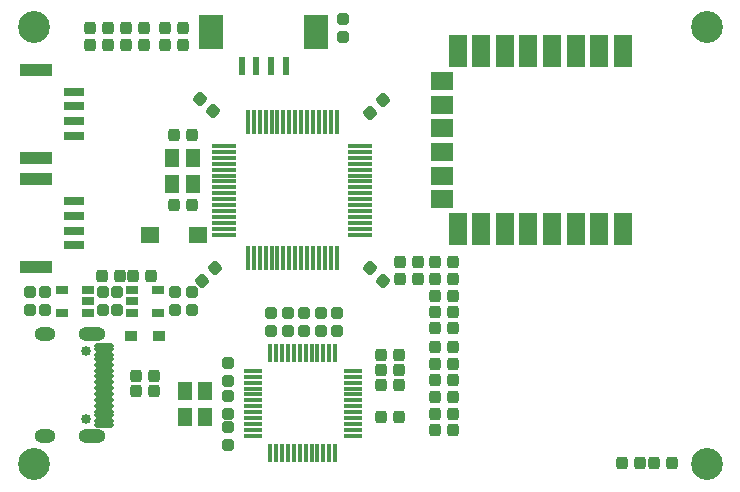
<source format=gts>
G04*
G04 #@! TF.GenerationSoftware,Altium Limited,Altium Designer,20.0.2 (26)*
G04*
G04 Layer_Color=8388736*
%FSLAX25Y25*%
%MOIN*%
G70*
G01*
G75*
%ADD19R,0.01968X0.06299*%
%ADD20R,0.08268X0.11811*%
%ADD23R,0.05512X0.09843*%
%ADD24R,0.06693X0.05512*%
%ADD39R,0.11030X0.04337*%
%ADD40R,0.07093X0.02762*%
%ADD41R,0.06312X0.10642*%
%ADD42R,0.07493X0.06312*%
%ADD43O,0.06299X0.01457*%
%ADD44O,0.01457X0.06299*%
G04:AMPARAMS|DCode=45|XSize=39.73mil|YSize=42.02mil|CornerRadius=11.93mil|HoleSize=0mil|Usage=FLASHONLY|Rotation=0.000|XOffset=0mil|YOffset=0mil|HoleType=Round|Shape=RoundedRectangle|*
%AMROUNDEDRECTD45*
21,1,0.03973,0.01815,0,0,0.0*
21,1,0.01587,0.04202,0,0,0.0*
1,1,0.02387,0.00793,-0.00907*
1,1,0.02387,-0.00793,-0.00907*
1,1,0.02387,-0.00793,0.00907*
1,1,0.02387,0.00793,0.00907*
%
%ADD45ROUNDEDRECTD45*%
G04:AMPARAMS|DCode=46|XSize=39.73mil|YSize=42.02mil|CornerRadius=11.93mil|HoleSize=0mil|Usage=FLASHONLY|Rotation=270.000|XOffset=0mil|YOffset=0mil|HoleType=Round|Shape=RoundedRectangle|*
%AMROUNDEDRECTD46*
21,1,0.03973,0.01815,0,0,270.0*
21,1,0.01587,0.04202,0,0,270.0*
1,1,0.02387,-0.00907,-0.00793*
1,1,0.02387,-0.00907,0.00793*
1,1,0.02387,0.00907,0.00793*
1,1,0.02387,0.00907,-0.00793*
%
%ADD46ROUNDEDRECTD46*%
%ADD47R,0.05124X0.05912*%
%ADD48O,0.08274X0.01581*%
%ADD49O,0.01581X0.08274*%
%ADD50R,0.04331X0.02756*%
G04:AMPARAMS|DCode=51|XSize=39.73mil|YSize=42.02mil|CornerRadius=11.93mil|HoleSize=0mil|Usage=FLASHONLY|Rotation=225.000|XOffset=0mil|YOffset=0mil|HoleType=Round|Shape=RoundedRectangle|*
%AMROUNDEDRECTD51*
21,1,0.03973,0.01815,0,0,225.0*
21,1,0.01587,0.04202,0,0,225.0*
1,1,0.02387,-0.01203,0.00081*
1,1,0.02387,-0.00081,0.01203*
1,1,0.02387,0.01203,-0.00081*
1,1,0.02387,0.00081,-0.01203*
%
%ADD51ROUNDEDRECTD51*%
G04:AMPARAMS|DCode=52|XSize=39.73mil|YSize=42.02mil|CornerRadius=11.93mil|HoleSize=0mil|Usage=FLASHONLY|Rotation=135.000|XOffset=0mil|YOffset=0mil|HoleType=Round|Shape=RoundedRectangle|*
%AMROUNDEDRECTD52*
21,1,0.03973,0.01815,0,0,135.0*
21,1,0.01587,0.04202,0,0,135.0*
1,1,0.02387,0.00081,0.01203*
1,1,0.02387,0.01203,0.00081*
1,1,0.02387,-0.00081,-0.01203*
1,1,0.02387,-0.01203,-0.00081*
%
%ADD52ROUNDEDRECTD52*%
%ADD53R,0.06424X0.05754*%
G04:AMPARAMS|DCode=54|XSize=67.06mil|YSize=19.81mil|CornerRadius=6.95mil|HoleSize=0mil|Usage=FLASHONLY|Rotation=0.000|XOffset=0mil|YOffset=0mil|HoleType=Round|Shape=RoundedRectangle|*
%AMROUNDEDRECTD54*
21,1,0.06706,0.00591,0,0,0.0*
21,1,0.05315,0.01981,0,0,0.0*
1,1,0.01391,0.02657,-0.00295*
1,1,0.01391,-0.02657,-0.00295*
1,1,0.01391,-0.02657,0.00295*
1,1,0.01391,0.02657,0.00295*
%
%ADD54ROUNDEDRECTD54*%
%ADD55R,0.04337X0.03353*%
%ADD56C,0.10642*%
%ADD57C,0.03359*%
%ADD58O,0.07099X0.04737*%
%ADD59O,0.09068X0.04737*%
D19*
X-42882Y59791D02*
D03*
X-37960D02*
D03*
X-33039D02*
D03*
X-28118D02*
D03*
D20*
X-52921Y71209D02*
D03*
X-18079D02*
D03*
D23*
X68500Y64957D02*
D03*
X76374D02*
D03*
X84248D02*
D03*
X29130Y64954D02*
D03*
X37004Y64957D02*
D03*
X44878D02*
D03*
X52752D02*
D03*
X84248Y5500D02*
D03*
X76374Y5501D02*
D03*
X68500Y5500D02*
D03*
X52752D02*
D03*
X44878Y5497D02*
D03*
X37004Y5502D02*
D03*
X29130Y5508D02*
D03*
X60626Y64957D02*
D03*
Y5503D02*
D03*
D24*
X24007Y54912D02*
D03*
X24013Y47046D02*
D03*
X24011Y39177D02*
D03*
Y31300D02*
D03*
Y23429D02*
D03*
X24008Y15555D02*
D03*
D39*
X-111299Y58665D02*
D03*
Y29335D02*
D03*
Y22165D02*
D03*
Y-7165D02*
D03*
D40*
X-98701Y36618D02*
D03*
X-98701Y41539D02*
D03*
Y46461D02*
D03*
X-98701Y51382D02*
D03*
Y118D02*
D03*
X-98701Y5039D02*
D03*
Y9961D02*
D03*
X-98701Y14882D02*
D03*
D41*
X84248Y5500D02*
D03*
X76374Y5501D02*
D03*
X68500Y5500D02*
D03*
X60626Y5503D02*
D03*
X52752Y5500D02*
D03*
X44878Y5497D02*
D03*
X37004Y5502D02*
D03*
X29130Y5508D02*
D03*
Y64954D02*
D03*
X37004Y64957D02*
D03*
X44878D02*
D03*
X52752D02*
D03*
X60626D02*
D03*
X68500D02*
D03*
X76374D02*
D03*
X84248D02*
D03*
D42*
X24008Y15555D02*
D03*
X24011Y23429D02*
D03*
Y31300D02*
D03*
Y39177D02*
D03*
X24013Y47046D02*
D03*
X24007Y54912D02*
D03*
D43*
X-5768Y-63327D02*
D03*
Y-61358D02*
D03*
X-5768Y-59390D02*
D03*
X-5768Y-57421D02*
D03*
X-5768Y-55453D02*
D03*
Y-53484D02*
D03*
Y-51516D02*
D03*
X-5768Y-49547D02*
D03*
X-5768Y-47579D02*
D03*
X-5768Y-45610D02*
D03*
X-5768Y-43642D02*
D03*
X-5768Y-41673D02*
D03*
X-39232D02*
D03*
Y-43642D02*
D03*
Y-45610D02*
D03*
Y-47579D02*
D03*
X-39232Y-49547D02*
D03*
X-39232Y-51516D02*
D03*
X-39232Y-53484D02*
D03*
X-39232Y-55453D02*
D03*
X-39232Y-57421D02*
D03*
X-39232Y-59390D02*
D03*
X-39232Y-61358D02*
D03*
Y-63327D02*
D03*
D44*
X-11673Y-35768D02*
D03*
X-13642D02*
D03*
X-15610D02*
D03*
X-17579Y-35768D02*
D03*
X-19547Y-35768D02*
D03*
X-21516Y-35768D02*
D03*
X-23484Y-35768D02*
D03*
X-25453Y-35768D02*
D03*
X-27421Y-35768D02*
D03*
X-29390Y-35768D02*
D03*
X-31358Y-35768D02*
D03*
X-33327Y-35768D02*
D03*
X-33327Y-69232D02*
D03*
X-31358D02*
D03*
X-29390Y-69232D02*
D03*
X-27421D02*
D03*
X-25453D02*
D03*
X-23484D02*
D03*
X-21516D02*
D03*
X-19547D02*
D03*
X-17579Y-69232D02*
D03*
X-15610D02*
D03*
X-13642D02*
D03*
X-11673D02*
D03*
D45*
X21535Y-33750D02*
D03*
X27465D02*
D03*
X9465Y-57000D02*
D03*
X3536Y-57000D02*
D03*
X27500Y-39300D02*
D03*
X21571D02*
D03*
X27465Y-27500D02*
D03*
X21535D02*
D03*
X9465Y-46500D02*
D03*
X3535D02*
D03*
X21535Y-11050D02*
D03*
X27465D02*
D03*
X10035Y-11000D02*
D03*
X15965D02*
D03*
X9500Y-41500D02*
D03*
X3571D02*
D03*
X9465Y-36500D02*
D03*
X3535Y-36500D02*
D03*
X21535Y-5500D02*
D03*
X27465D02*
D03*
X10035Y-5500D02*
D03*
X15965Y-5500D02*
D03*
X21571Y-55950D02*
D03*
X27500D02*
D03*
X21535Y-50400D02*
D03*
X27465D02*
D03*
X21535Y-16600D02*
D03*
X27465D02*
D03*
X84000Y-72500D02*
D03*
X89929Y-72500D02*
D03*
X21535Y-22150D02*
D03*
X27465Y-22150D02*
D03*
X27500Y-61500D02*
D03*
X21571Y-61500D02*
D03*
X27465Y-44850D02*
D03*
X21535Y-44850D02*
D03*
X100464Y-72500D02*
D03*
X94535D02*
D03*
X-68500Y72500D02*
D03*
X-62571D02*
D03*
Y67000D02*
D03*
X-68500D02*
D03*
X-81500Y72500D02*
D03*
X-75571D02*
D03*
Y67000D02*
D03*
X-81500D02*
D03*
X-93500Y72500D02*
D03*
X-87571D02*
D03*
Y67000D02*
D03*
X-93500D02*
D03*
X-59535Y13500D02*
D03*
X-65465D02*
D03*
X-59535Y37000D02*
D03*
X-65465D02*
D03*
X-89465Y-10000D02*
D03*
X-83535D02*
D03*
X-79000D02*
D03*
X-73071D02*
D03*
X-78000Y-43500D02*
D03*
X-72071D02*
D03*
X-77965Y-48500D02*
D03*
X-72035D02*
D03*
D46*
X-11000Y-22535D02*
D03*
X-11000Y-28465D02*
D03*
X-16500Y-22535D02*
D03*
Y-28465D02*
D03*
X-47500Y-55965D02*
D03*
X-47500Y-50035D02*
D03*
X-22000Y-22535D02*
D03*
X-22000Y-28465D02*
D03*
X-27500Y-22535D02*
D03*
Y-28465D02*
D03*
X-33000Y-22535D02*
D03*
Y-28465D02*
D03*
X-47500Y-60535D02*
D03*
Y-66465D02*
D03*
X-47500Y-39035D02*
D03*
X-47500Y-44965D02*
D03*
X-9000Y69535D02*
D03*
Y75465D02*
D03*
X-108500Y-15535D02*
D03*
Y-21465D02*
D03*
X-113500Y-15535D02*
D03*
Y-21465D02*
D03*
X-89000D02*
D03*
Y-15535D02*
D03*
X-59500Y-21429D02*
D03*
Y-15500D02*
D03*
X-65000Y-21465D02*
D03*
Y-15535D02*
D03*
X-84500Y-21465D02*
D03*
Y-15535D02*
D03*
D47*
X-55000Y-48500D02*
D03*
X-55000Y-57161D02*
D03*
X-61890D02*
D03*
Y-48500D02*
D03*
X-59055Y29331D02*
D03*
Y20670D02*
D03*
X-65945D02*
D03*
Y29331D02*
D03*
D48*
X-48637Y33264D02*
D03*
Y31295D02*
D03*
Y29327D02*
D03*
Y27358D02*
D03*
Y25390D02*
D03*
Y23421D02*
D03*
Y21453D02*
D03*
Y19484D02*
D03*
Y17516D02*
D03*
Y15547D02*
D03*
Y13579D02*
D03*
Y11610D02*
D03*
Y9642D02*
D03*
Y7673D02*
D03*
Y5705D02*
D03*
Y3736D02*
D03*
X-3363D02*
D03*
Y5705D02*
D03*
Y7673D02*
D03*
Y9642D02*
D03*
Y11610D02*
D03*
Y13579D02*
D03*
Y15547D02*
D03*
Y17516D02*
D03*
Y19484D02*
D03*
Y21453D02*
D03*
Y23421D02*
D03*
Y25390D02*
D03*
Y27358D02*
D03*
Y29327D02*
D03*
Y31295D02*
D03*
Y33264D02*
D03*
D49*
X-40764Y-4137D02*
D03*
X-38795D02*
D03*
X-36827D02*
D03*
X-34858D02*
D03*
X-32890D02*
D03*
X-30921D02*
D03*
X-28953D02*
D03*
X-26984D02*
D03*
X-25016D02*
D03*
X-23047D02*
D03*
X-21079D02*
D03*
X-19110D02*
D03*
X-17142D02*
D03*
X-15173D02*
D03*
X-13205D02*
D03*
X-11236D02*
D03*
Y41137D02*
D03*
X-13205D02*
D03*
X-15173D02*
D03*
X-17142D02*
D03*
X-19110D02*
D03*
X-21079D02*
D03*
X-23047D02*
D03*
X-25016D02*
D03*
X-26984D02*
D03*
X-28953D02*
D03*
X-30921D02*
D03*
X-32890D02*
D03*
X-34858D02*
D03*
X-36827D02*
D03*
X-38795D02*
D03*
X-40764D02*
D03*
D50*
X-102831Y-22241D02*
D03*
Y-14760D02*
D03*
X-94169Y-22240D02*
D03*
Y-14761D02*
D03*
Y-18500D02*
D03*
X-70669Y-14760D02*
D03*
Y-22241D02*
D03*
X-79331Y-14761D02*
D03*
Y-22240D02*
D03*
Y-18499D02*
D03*
D51*
X4096Y48596D02*
D03*
X-96Y44404D02*
D03*
X-56096Y-11596D02*
D03*
X-51904Y-7404D02*
D03*
D52*
X4096Y-11596D02*
D03*
X-96Y-7404D02*
D03*
X-56596Y49096D02*
D03*
X-52404Y44904D02*
D03*
D53*
X-73512Y3500D02*
D03*
X-57488D02*
D03*
D54*
X-88579Y-59689D02*
D03*
Y-58508D02*
D03*
Y-56539D02*
D03*
Y-55358D02*
D03*
Y-53390D02*
D03*
Y-51421D02*
D03*
Y-49453D02*
D03*
Y-47484D02*
D03*
Y-45516D02*
D03*
Y-43547D02*
D03*
Y-41579D02*
D03*
Y-39610D02*
D03*
Y-37642D02*
D03*
Y-36461D02*
D03*
Y-34492D02*
D03*
Y-33311D02*
D03*
D55*
X-79616Y-30000D02*
D03*
X-70384D02*
D03*
D56*
X112205Y72835D02*
D03*
Y-72835D02*
D03*
X-112205D02*
D03*
Y72835D02*
D03*
D57*
X-94642Y-35122D02*
D03*
X-94642Y-57878D02*
D03*
D58*
X-108421Y-63528D02*
D03*
Y-29472D02*
D03*
D59*
X-92673Y-63528D02*
D03*
X-92673Y-29472D02*
D03*
M02*

</source>
